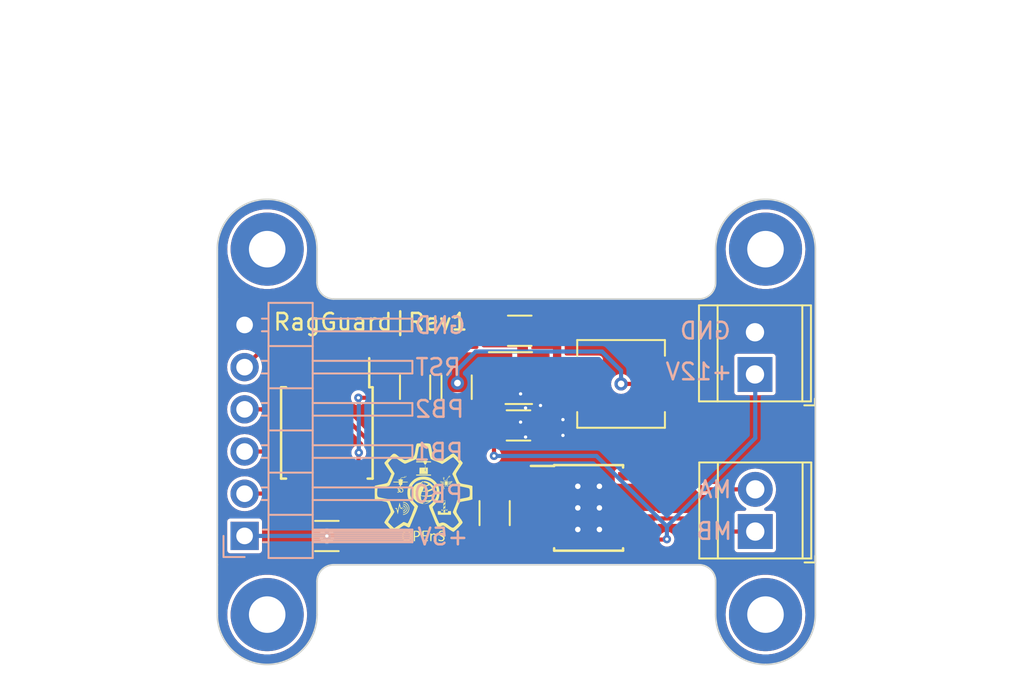
<source format=kicad_pcb>
(kicad_pcb (version 20221018) (generator pcbnew)
  (layers (0 "F.Cu" signal) (31 "B.Cu" signal) (34 "B.Paste" user) (35 "F.Paste" user) (36 "B.SilkS" user "B.Silkscreen") (37 "F.SilkS" user "F.Silkscreen") (38 "B.Mask" user) (39 "F.Mask" user) (44 "Edge.Cuts" user))
  (net 0 "")
  (net 1 "+12V")
  (net 2 "GND")
  (net 3 "Net-(U2-SW)")
  (net 4 "Net-(U2-BST)")
  (net 5 "+5V")
  (net 6 "Net-(J2-Pin_1)")
  (net 7 "Net-(J2-Pin_2)")
  (net 8 "Net-(J4-Pin_2)")
  (net 9 "Net-(J4-Pin_3)")
  (net 10 "Net-(J4-Pin_4)")
  (net 11 "Net-(J4-Pin_5)")
  (net 12 "Net-(U3-ILIM)")
  (net 13 "MOTOR_CTRL")
  (footprint "Capacitor_SMD:C_1206_3216Metric" (layer "F.Cu") (at 194.404667 134.311316 -90)
    (fp_text reference "C3" hide)
    (fp_text value "22u")
    (pad "1" smd roundrect (at -1.475 0 270) (size 1.15 1.8) (layers "F.Cu" "F.Paste" "F.Mask") (roundrect_rratio 0.2173913043) (net 5 "+5V"))
    (pad "2" smd roundrect (at 1.475 0 270) (size 1.15 1.8) (layers "F.Cu" "F.Paste" "F.Mask") (roundrect_rratio 0.2173913043) (net 2 "GND"))
  )
  (footprint "Capacitor_SMD:C_1206_3216Metric" (layer "F.Cu") (at 191.904667 134.311316 -90)
    (fp_text reference "C4" hide)
    (fp_text value "22u")
    (pad "1" smd roundrect (at -1.475 0 270) (size 1.15 1.8) (layers "F.Cu" "F.Paste" "F.Mask") (roundrect_rratio 0.2173913043) (net 5 "+5V"))
    (pad "2" smd roundrect (at 1.475 0 270) (size 1.15 1.8) (layers "F.Cu" "F.Paste" "F.Mask") (roundrect_rratio 0.2173913043) (net 2 "GND"))
  )
  (footprint "Capacitor_SMD:C_1206_3216Metric" (layer "F.Cu") (at 198.129667 136.611316)
    (fp_text reference "C1" hide)
    (fp_text value "10u")
    (pad "1" smd roundrect (at -1.475 0) (size 1.15 1.8) (layers "F.Cu" "F.Paste" "F.Mask") (roundrect_rratio 0.2173913043) (net 1 "+12V"))
    (pad "2" smd roundrect (at 1.475 0) (size 1.15 1.8) (layers "F.Cu" "F.Paste" "F.Mask") (roundrect_rratio 0.2173913043) (net 2 "GND"))
  )
  (footprint "MountingHole:MountingHole_2.2mm_M2_Pad_TopBottom" (layer "F.Cu") (at 213 148)
    (fp_text reference "REF**" hide)
    (fp_text value "MountingHole_2.2mm_M2_Pad_TopBottom")
    (pad "1" thru_hole circle (at 0 0) (size 2.6 2.6) (drill 2.2) (layers "*.Cu" "*.Mask"))
    (pad "1" connect circle (at 0 0) (size 4.4 4.4) (layers "F.Cu" "F.Mask"))
    (pad "1" connect circle (at 0 0) (size 4.4 4.4) (layers "B.Cu" "B.Mask"))
  )
  (footprint "Inductor_SMD:L_Vishay_IHLP-2020" (layer "F.Cu") (at 204.304667 134.111316)
    (fp_text reference "L1" hide)
    (fp_text value "4.7u")
    (pad "1" smd rect (at -2.4265 0) (size 1.903 2.79) (layers "F.Cu" "F.Paste" "F.Mask") (net 3 "Net-(U2-SW)"))
    (pad "2" smd rect (at 2.4265 0) (size 1.903 2.79) (layers "F.Cu" "F.Paste" "F.Mask") (net 5 "+5V"))
  )
  (footprint "Resistor_SMD:R_1206_3216Metric" (layer "F.Cu") (at 196.69372 141.889316 90)
    (fp_text reference "R1" hide)
    (fp_text value "30k")
    (pad "1" smd roundrect (at -1.4625 0 90) (size 1.125 1.75) (layers "F.Cu" "F.Paste" "F.Mask") (roundrect_rratio 0.2222222222) (net 12 "Net-(U3-ILIM)"))
    (pad "2" smd roundrect (at 1.4625 0 90) (size 1.125 1.75) (layers "F.Cu" "F.Paste" "F.Mask") (roundrect_rratio 0.2222222222) (net 2 "GND"))
  )
  (footprint "Package_SO:SOIC-8W_5.3x5.3mm_P1.27mm" (layer "F.Cu") (at 186.592667 137.063316 -90)
    (fp_text reference "U1" hide)
    (fp_text value "ATtiny85-20S")
    (pad "1" smd rect (at -3.65 -1.905 270) (size 1.7 0.65) (layers "F.Cu" "F.Paste" "F.Mask") (net 11 "Net-(J4-Pin_5)"))
    (pad "2" smd rect (at -3.65 -0.635 270) (size 1.7 0.65) (layers "F.Cu" "F.Paste" "F.Mask") (net 13 "MOTOR_CTRL"))
    (pad "3" smd rect (at -3.65 0.635 270) (size 1.7 0.65) (layers "F.Cu" "F.Paste" "F.Mask"))
    (pad "4" smd rect (at -3.65 1.905 270) (size 1.7 0.65) (layers "F.Cu" "F.Paste" "F.Mask") (net 2 "GND"))
    (pad "5" smd rect (at 3.65 1.905 270) (size 1.7 0.65) (layers "F.Cu" "F.Paste" "F.Mask") (net 8 "Net-(J4-Pin_2)"))
    (pad "6" smd rect (at 3.65 0.635 270) (size 1.7 0.65) (layers "F.Cu" "F.Paste" "F.Mask") (net 9 "Net-(J4-Pin_3)"))
    (pad "7" smd rect (at 3.65 -0.635 270) (size 1.7 0.65) (layers "F.Cu" "F.Paste" "F.Mask") (net 10 "Net-(J4-Pin_4)"))
    (pad "8" smd rect (at 3.65 -1.905 270) (size 1.7 0.65) (layers "F.Cu" "F.Paste" "F.Mask") (net 5 "+5V"))
  )
  (footprint "Package_TO_SOT_SMD:TSOT-23-6" (layer "F.Cu") (at 198.147167 133.761316)
    (fp_text reference "U2" hide)
    (fp_text value "AP63205WU")
    (pad "1" smd roundrect (at -1.1375 -0.95) (size 1.325 0.6) (layers "F.Cu" "F.Paste" "F.Mask") (net 5 "+5V"))
    (pad "2" smd roundrect (at -1.1375 0) (size 1.325 0.6) (layers "F.Cu" "F.Paste" "F.Mask") (net 1 "+12V"))
    (pad "3" smd roundrect (at -1.1375 0.95) (size 1.325 0.6) (layers "F.Cu" "F.Paste" "F.Mask") (net 1 "+12V"))
    (pad "4" smd roundrect (at 1.1375 0.95) (size 1.325 0.6) (layers "F.Cu" "F.Paste" "F.Mask") (net 2 "GND"))
    (pad "5" smd roundrect (at 1.1375 0) (size 1.325 0.6) (layers "F.Cu" "F.Paste" "F.Mask") (net 3 "Net-(U2-SW)"))
    (pad "6" smd roundrect (at 1.1375 -0.95) (size 1.325 0.6) (layers "F.Cu" "F.Paste" "F.Mask") (net 4 "Net-(U2-BST)"))
  )
  (footprint "TerminalBlock_TE-Connectivity:TerminalBlock_TE_282834-2_1x02_P2.54mm_Horizontal" (layer "F.Cu") (at 212.365644 133.542264 90)
    (fp_text reference "J1" hide)
    (fp_text value "BATT")
    (pad "1" thru_hole rect (at 0 0 90) (size 2.1 2.1) (drill 1.1) (layers "*.Cu" "*.Mask") (net 1 "+12V"))
    (pad "2" thru_hole circle (at 2.54 0 90) (size 2.1 2.1) (drill 1.1) (layers "*.Cu" "*.Mask") (net 2 "GND"))
  )
  (footprint "Capacitor_SMD:C_1206_3216Metric" (layer "F.Cu") (at 186.592667 143.267604 180)
    (fp_text reference "C5" hide)
    (fp_text value "0.1u")
    (pad "1" smd roundrect (at -1.475 0 180) (size 1.15 1.8) (layers "F.Cu" "F.Paste" "F.Mask") (roundrect_rratio 0.2173913043) (net 5 "+5V"))
    (pad "2" smd roundrect (at 1.475 0 180) (size 1.15 1.8) (layers "F.Cu" "F.Paste" "F.Mask") (roundrect_rratio 0.2173913043) (net 2 "GND"))
  )
  (footprint "Package_SO:Texas_HTSOP-8-1EP_3.9x4.9mm_P1.27mm_EP2.95x4.9mm_Mask2.4x3.1mm_ThermalVias" (layer "F.Cu") (at 202.35 141.575981)
    (fp_text reference "U3" hide)
    (fp_text value "DRV8871DDA")
    (pad "1" smd rect (at -2.875 -1.905) (size 2.2 0.5) (layers "F.Cu" "F.Paste" "F.Mask") (net 2 "GND"))
    (pad "2" smd rect (at -2.875 -0.635) (size 2.2 0.5) (layers "F.Cu" "F.Paste" "F.Mask") (net 2 "GND"))
    (pad "3" smd rect (at -2.875 0.635) (size 2.2 0.5) (layers "F.Cu" "F.Paste" "F.Mask") (net 13 "MOTOR_CTRL"))
    (pad "4" smd rect (at -2.875 1.905) (size 2.2 0.5) (layers "F.Cu" "F.Paste" "F.Mask") (net 12 "Net-(U3-ILIM)"))
    (pad "5" smd rect (at 2.875 1.905) (size 2.2 0.5) (layers "F.Cu" "F.Paste" "F.Mask") (net 1 "+12V"))
    (pad "6" smd rect (at 2.875 0.635) (size 2.2 0.5) (layers "F.Cu" "F.Paste" "F.Mask") (net 6 "Net-(J2-Pin_1)"))
    (pad "7" smd rect (at 2.875 -0.635) (size 2.2 0.5) (layers "F.Cu" "F.Paste" "F.Mask") (net 2 "GND"))
    (pad "8" smd rect (at 2.875 -1.905) (size 2.2 0.5) (layers "F.Cu" "F.Paste" "F.Mask") (net 7 "Net-(J2-Pin_2)"))
    (pad "9" thru_hole circle (at -0.65 -1.3) (size 0.63 0.63) (drill 0.33) (layers "*.Cu" "*.Mask") (net 2 "GND"))
    (pad "9" thru_hole circle (at -0.65 0) (size 0.63 0.63) (drill 0.33) (layers "*.Cu" "*.Mask") (net 2 "GND"))
    (pad "9" thru_hole circle (at -0.65 1.3) (size 0.63 0.63) (drill 0.33) (layers "*.Cu" "*.Mask") (net 2 "GND"))
    (pad "9" smd rect (at 0 0) (size 2.6 3.3) (layers "B.Cu") (net 2 "GND"))
    (pad "9" smd rect (at 0 0) (size 2.95 4.9) (layers "F.Cu") (net 2 "GND"))
    (pad "9" thru_hole circle (at 0.65 -1.3) (size 0.63 0.63) (drill 0.33) (layers "*.Cu" "*.Mask") (net 2 "GND"))
    (pad "9" thru_hole circle (at 0.65 0) (size 0.63 0.63) (drill 0.33) (layers "*.Cu" "*.Mask") (net 2 "GND"))
    (pad "9" thru_hole circle (at 0.65 1.3) (size 0.63 0.63) (drill 0.33) (layers "*.Cu" "*.Mask") (net 2 "GND"))
  )
  (footprint "MountingHole:MountingHole_2.2mm_M2_Pad_TopBottom" (layer "F.Cu") (at 183 126 180)
    (fp_text reference "REF**" hide)
    (fp_text value "MountingHole_2.2mm_M2_Pad_TopBottom")
    (pad "1" thru_hole circle (at 0 0 180) (size 2.6 2.6) (drill 2.2) (layers "*.Cu" "*.Mask"))
    (pad "1" connect circle (at 0 0 180) (size 4.4 4.4) (layers "F.Cu" "F.Mask"))
    (pad "1" connect circle (at 0 0 180) (size 4.4 4.4) (layers "B.Cu" "B.Mask"))
  )
  (footprint "MountingHole:MountingHole_2.2mm_M2_Pad_TopBottom" (layer "F.Cu") (at 183 148)
    (fp_text reference "REF**" hide)
    (fp_text value "MountingHole_2.2mm_M2_Pad_TopBottom")
    (pad "1" thru_hole circle (at 0 0) (size 2.6 2.6) (drill 2.2) (layers "*.Cu" "*.Mask"))
    (pad "1" connect circle (at 0 0) (size 4.4 4.4) (layers "F.Cu" "F.Mask"))
    (pad "1" connect circle (at 0 0) (size 4.4 4.4) (layers "B.Cu" "B.Mask"))
  )
  (footprint "Capacitor_SMD:C_1206_3216Metric" (layer "F.Cu") (at 198.204667 130.911316 180)
    (fp_text reference "C2" hide)
    (fp_text value "100n")
    (pad "1" smd roundrect (at -1.475 0 180) (size 1.15 1.8) (layers "F.Cu" "F.Paste" "F.Mask") (roundrect_rratio 0.2173913043) (net 3 "Net-(U2-SW)"))
    (pad "2" smd roundrect (at 1.475 0 180) (size 1.15 1.8) (layers "F.Cu" "F.Paste" "F.Mask") (roundrect_rratio 0.2173913043) (net 4 "Net-(U2-BST)"))
  )
  (footprint "KiCad Footprints:opens_logo" (layer "F.Cu") (at 192.409828 140.635257)
    (fp_text reference "G***" hide)
    (fp_text value "LOGO" hide)
  )
  (footprint "MountingHole:MountingHole_2.2mm_M2_Pad_TopBottom" (layer "F.Cu") (at 213 126 180)
    (fp_text reference "REF**" hide)
    (fp_text value "MountingHole_2.2mm_M2_Pad_TopBottom")
    (pad "1" thru_hole circle (at 0 0 180) (size 2.6 2.6) (drill 2.2) (layers "*.Cu" "*.Mask"))
    (pad "1" connect circle (at 0 0 180) (size 4.4 4.4) (layers "F.Cu" "F.Mask"))
    (pad "1" connect circle (at 0 0 180) (size 4.4 4.4) (layers "B.Cu" "B.Mask"))
  )
  (footprint "TerminalBlock_TE-Connectivity:TerminalBlock_TE_282834-2_1x02_P2.54mm_Horizontal" (layer "F.Cu") (at 212.382475 143 90)
    (fp_text reference "J2" hide)
    (fp_text value "MOTOR")
    (pad "1" thru_hole rect (at 0 0 90) (size 2.1 2.1) (drill 1.1) (layers "*.Cu" "*.Mask") (net 6 "Net-(J2-Pin_1)"))
    (pad "2" thru_hole circle (at 2.54 0 90) (size 2.1 2.1) (drill 1.1) (layers "*.Cu" "*.Mask") (net 7 "Net-(J2-Pin_2)"))
  )
  (footprint "Connector_PinHeader_2.54mm:PinHeader_1x06_P2.54mm_Horizontal" (layer "B.Cu") (at 181.640422 143.263047)
    (fp_text reference "J4" hide)
    (fp_text value "PRGM")
    (pad "1" thru_hole rect (at 0 0) (size 1.7 1.7) (drill 1) (layers "*.Cu" "*.Mask") (net 5 "+5V"))
    (pad "2" thru_hole oval (at 0 -2.54) (size 1.7 1.7) (drill 1) (layers "*.Cu" "*.Mask") (net 8 "Net-(J4-Pin_2)"))
    (pad "3" thru_hole oval (at 0 -5.08) (size 1.7 1.7) (drill 1) (layers "*.Cu" "*.Mask") (net 9 "Net-(J4-Pin_3)"))
    (pad "4" thru_hole oval (at 0 -7.62) (size 1.7 1.7) (drill 1) (layers "*.Cu" "*.Mask") (net 10 "Net-(J4-Pin_4)"))
    (pad "5" thru_hole oval (at 0 -10.16) (size 1.7 1.7) (drill 1) (layers "*.Cu" "*.Mask") (net 11 "Net-(J4-Pin_5)"))
    (pad "6" thru_hole oval (at 0 -12.7) (size 1.7 1.7) (drill 1) (layers "*.Cu" "*.Mask") (net 2 "GND"))
  )
  (gr_line (start 216 129) (end 216 145) (stroke (width 0.1)) (layer "Edge.Cuts"))
  (gr_arc (start 216 148) (mid 215.12132 150.12132) (end 213 151) (stroke (width 0.1)) (layer "Edge.Cuts"))
  (gr_arc (start 210 126) (mid 213 123) (end 216 126) (stroke (width 0.1)) (layer "Edge.Cuts"))
  (gr_arc (start 213 151) (mid 210.87868 150.12132) (end 210 148) (stroke (width 0.1)) (layer "Edge.Cuts"))
  (gr_arc (start 180 126) (mid 180.87868 123.87868) (end 183 123) (stroke (width 0.1)) (layer "Edge.Cuts"))
  (gr_arc (start 183 123) (mid 185.12132 123.87868) (end 186 126) (stroke (width 0.1)) (layer "Edge.Cuts"))
  (gr_line (start 180 129) (end 180 145) (stroke (width 0.1)) (layer "Edge.Cuts"))
  (gr_line (start 216 126) (end 216 129) (stroke (width 0.1)) (layer "Edge.Cuts"))
  (gr_arc (start 186 146) (mid 186.292893 145.292893) (end 187 145) (stroke (width 0.1)) (layer "Edge.Cuts"))
  (gr_line (start 186 126) (end 186 128) (stroke (width 0.1)) (layer "Edge.Cuts"))
  (gr_line (start 210 128) (end 210 126) (stroke (width 0.1)) (layer "Edge.Cuts"))
  (gr_line (start 180 126) (end 180 129) (stroke (width 0.1)) (layer "Edge.Cuts"))
  (gr_arc (start 210 128) (mid 209.707107 128.707107) (end 209 129) (stroke (width 0.1)) (layer "Edge.Cuts"))
  (gr_line (start 216 148) (end 216 145) (stroke (width 0.1)) (layer "Edge.Cuts"))
  (gr_line (start 187 129) (end 209 129) (stroke (width 0.1)) (layer "Edge.Cuts"))
  (gr_arc (start 209 145) (mid 209.707107 145.292893) (end 210 146) (stroke (width 0.1)) (layer "Edge.Cuts"))
  (gr_line (start 180 148) (end 180 145) (stroke (width 0.1)) (layer "Edge.Cuts"))
  (gr_arc (start 186 148) (mid 183 151) (end 180 148) (stroke (width 0.1)) (layer "Edge.Cuts"))
  (gr_arc (start 187 129) (mid 186.292893 128.707107) (end 186 128) (stroke (width 0.1)) (layer "Edge.Cuts"))
  (gr_line (start 209 145) (end 187 145) (stroke (width 0.1)) (layer "Edge.Cuts"))
  (gr_line (start 210 148) (end 210 146) (stroke (width 0.1)) (layer "Edge.Cuts"))
  (gr_line (start 186 146) (end 186 148) (stroke (width 0.1)) (layer "Edge.Cuts"))
  (gr_text "PB2" (at 194.948838 136.214532) (layer "B.SilkS") (effects (font (size 1 1)) (justify left bottom mirror)))
  (gr_text "MB" (at 211.077808 143.56443) (layer "B.SilkS") (effects (font (size 1 1)) (justify left bottom mirror)))
  (gr_text "GND\n" (at 211 131.5) (layer "B.SilkS") (effects (font (size 1 1)) (justify left bottom mirror)))
  (gr_text "PB0" (at 194.876332 141.328624) (layer "B.SilkS") (effects (font (size 1 1)) (justify left bottom mirror)))
  (gr_text "MA" (at 211.045215 141.054823) (layer "B.SilkS") (effects (font (size 1 1)) (justify left bottom mirror)))
  (gr_text "RST" (at 194.752471 133.689815) (layer "B.SilkS") (effects (font (size 1 1)) (justify left bottom mirror)))
  (gr_text "GND" (at 195.026505 131.173902) (layer "B.SilkS") (effects (font (size 1 1)) (justify left bottom mirror)))
  (gr_text "+12V" (at 211.09224 133.959238) (layer "B.SilkS") (effects (font (size 1 1)) (justify left bottom mirror)))
  (gr_text "PB1" (at 194.892733 138.795354) (layer "B.SilkS") (effects (font (size 1 1)) (justify left bottom mirror)))
  (gr_text "+5V" (at 195.197024 143.896062) (layer "B.SilkS") (effects (font (size 1 1)) (justify left bottom mirror)))
  (gr_text "RagGuard|Rev1" (at 183.290667 130.967316) (layer "F.SilkS") (effects (font (size 1 1)) (justify left bottom)))
  (segment (start 207.063296 143.457739) (end 207.040054 143.480981) (width 0.25) (layer "F.Cu") (net 1))
  (segment (start 207.040054 143.480981) (end 205.225 143.480981) (width 0.25) (layer "F.Cu") (net 1))
  (segment (start 196.654667 136.611316) (end 196.654667 138.442721) (width 0.25) (layer "F.Cu") (net 1))
  (via (at 196.654667 138.442721) (size 0.5) (drill 0.2) (layers "F.Cu" "B.Cu") (net 1))
  (via (at 207.063296 143.457739) (size 0.5) (drill 0.2) (layers "F.Cu" "B.Cu") (net 1))
  (segment (start 196.654667 138.442721) (end 196.661684 138.449738) (width 0.25) (layer "B.Cu") (net 1))
  (segment (start 207.063296 142.689277) (end 207.063296 143.457739) (width 0.25) (layer "B.Cu") (net 1))
  (segment (start 202.823757 138.449738) (end 207.063296 142.689277) (width 0.25) (layer "B.Cu") (net 1))
  (segment (start 196.661684 138.449738) (end 202.823757 138.449738) (width 0.25) (layer "B.Cu") (net 1))
  (segment (start 212.382475 137.370098) (end 212.382475 133.354763) (width 0.25) (layer "B.Cu") (net 1))
  (segment (start 207.063296 142.689277) (end 212.382475 137.370098) (width 0.25) (layer "B.Cu") (net 1))
  (via (at 200.804667 136.261316) (size 0.5) (drill 0.2) (layers "F.Cu" "B.Cu") (net 2))
  (via (at 200.804667 137.211316) (size 0.5) (drill 0.2) (layers "F.Cu" "B.Cu") (net 2))
  (via (at 198.554667 137.311316) (size 0.5) (drill 0.2) (layers "F.Cu" "B.Cu") (net 2))
  (via (at 199.454667 135.411316) (size 0.5) (drill 0.2) (layers "F.Cu" "B.Cu") (net 2))
  (via (at 198.254667 136.411316) (size 0.5) (drill 0.2) (layers "F.Cu" "B.Cu") (net 2))
  (via (at 198.554667 135.561316) (size 0.5) (drill 0.2) (layers "F.Cu" "B.Cu") (net 2))
  (via (at 198.254667 134.711316) (size 0.5) (drill 0.2) (layers "F.Cu" "B.Cu") (net 2))
  (segment (start 188.497667 140.713316) (end 188.497667 138.266982) (width 0.25) (layer "F.Cu") (net 5))
  (segment (start 188.497667 138.266982) (end 188.516233 138.248416) (width 0.25) (layer "F.Cu") (net 5))
  (segment (start 188.491177 134.945884) (end 189.218099 134.945884) (width 0.25) (layer "F.Cu") (net 5))
  (segment (start 188.497667 142.837604) (end 188.497667 140.713316) (width 0.25) (layer "F.Cu") (net 5))
  (segment (start 191.327667 132.836316) (end 191.904667 132.836316) (width 0.25) (layer "F.Cu") (net 5))
  (segment (start 189.218099 134.945884) (end 191.327667 132.836316) (width 0.25) (layer "F.Cu") (net 5))
  (segment (start 204.304667 134.111316) (end 206.731167 134.111316) (width 0.25) (layer "F.Cu") (net 5))
  (segment (start 186.592667 143.267604) (end 188.067667 143.267604) (width 0.25) (layer "F.Cu") (net 5))
  (segment (start 188.067667 143.267604) (end 188.497667 142.837604) (width 0.25) (layer "F.Cu") (net 5))
  (via (at 204.304667 134.111316) (size 0.8) (drill 0.4) (layers "F.Cu" "B.Cu") (net 5))
  (via (at 188.491177 134.945884) (size 0.5) (drill 0.2) (layers "F.Cu" "B.Cu") (net 5))
  (via (at 194.454667 134.061316) (size 0.8) (drill 0.4) (layers "F.Cu" "B.Cu") (net 5))
  (via (at 186.592667 143.267604) (size 0.5) (drill 0.2) (layers "F.Cu" "B.Cu") (net 5))
  (via (at 188.516233 138.248416) (size 0.5) (drill 0.2) (layers "F.Cu" "B.Cu") (net 5))
  (segment (start 195.554667 132.161316) (end 203.154667 132.161316) (width 0.25) (layer "B.Cu") (net 5))
  (segment (start 194.454667 134.061316) (end 194.454667 133.261316) (width 0.25) (layer "B.Cu") (net 5))
  (segment (start 186.592667 143.267604) (end 186.58811 143.263047) (width 0.25) (layer "B.Cu") (net 5))
  (segment (start 194.454667 133.261316) (end 195.554667 132.161316) (width 0.25) (layer "B.Cu") (net 5))
  (segment (start 203.154667 132.161316) (end 204.304667 133.311316) (width 0.25) (layer "B.Cu") (net 5))
  (segment (start 186.58811 143.263047) (end 181.640422 143.263047) (width 0.25) (layer "B.Cu") (net 5))
  (segment (start 188.516233 138.248416) (end 188.516233 134.97094) (width 0.25) (layer "B.Cu") (net 5))
  (segment (start 188.516233 134.97094) (end 188.491177 134.945884) (width 0.25) (layer "B.Cu") (net 5))
  (segment (start 204.304667 133.311316) (end 204.304667 134.111316) (width 0.25) (layer "B.Cu") (net 5))
  (segment (start 208.445385 142.210981) (end 209.234404 143) (width 0.25) (layer "F.Cu") (net 6))
  (segment (start 205.225 142.210981) (end 208.445385 142.210981) (width 0.25) (layer "F.Cu") (net 6))
  (segment (start 209.234404 143) (end 212.382475 143) (width 0.25) (layer "F.Cu") (net 6))
  (segment (start 209.234404 140.46) (end 208.445385 139.670981) (width 0.25) (layer "F.Cu") (net 7))
  (segment (start 208.445385 139.670981) (end 205.225 139.670981) (width 0.25) (layer "F.Cu") (net 7))
  (segment (start 209.234404 140.46) (end 212.382475 140.46) (width 0.25) (layer "F.Cu") (net 7))
  (segment (start 184.687667 140.713316) (end 181.650153 140.713316) (width 0.25) (layer "F.Cu") (net 8))
  (segment (start 181.650153 140.713316) (end 181.640422 140.723047) (width 0.25) (layer "F.Cu") (net 8))
  (segment (start 185.957667 140.188316) (end 183.952398 138.183047) (width 0.25) (layer "F.Cu") (net 9))
  (segment (start 185.957667 140.713316) (end 185.957667 140.188316) (width 0.25) (layer "F.Cu") (net 9))
  (segment (start 183.952398 138.183047) (end 181.640422 138.183047) (width 0.25) (layer "F.Cu") (net 9))
  (segment (start 182.682398 135.643047) (end 181.640422 135.643047) (width 0.25) (layer "F.Cu") (net 10))
  (segment (start 187.227667 140.188316) (end 182.682398 135.643047) (width 0.25) (layer "F.Cu") (net 10))
  (segment (start 187.227667 140.713316) (end 187.227667 140.188316) (width 0.25) (layer "F.Cu") (net 10))
  (segment (start 188.497667 133.413316) (end 188.497667 132.888316) (width 0.25) (layer "F.Cu") (net 11))
  (segment (start 188.497667 132.888316) (end 187.592667 131.983316) (width 0.25) (layer "F.Cu") (net 11))
  (segment (start 182.760153 131.983316) (end 181.640422 133.103047) (width 0.25) (layer "F.Cu") (net 11))
  (segment (start 187.592667 131.983316) (end 182.760153 131.983316) (width 0.25) (layer "F.Cu") (net 11))
  (segment (start 196.69372 143.351816) (end 196.822885 143.480981) (width 0.25) (layer "F.Cu") (net 12))
  (segment (start 196.822885 143.480981) (end 199.475 143.480981) (width 0.25) (layer "F.Cu") (net 12))
  (segment (start 187.227667 135.666316) (end 193.772332 142.210981) (width 0.25) (layer "F.Cu") (net 13))
  (segment (start 193.772332 142.210981) (end 199.475 142.210981) (width 0.25) (layer "F.Cu") (net 13))
  (segment (start 187.227667 133.413316) (end 187.227667 135.666316) (width 0.25) (layer "F.Cu") (net 13))
  (zone (net 4) (net_name "Net-(U2-BST)") (layer "F.Cu") (priority 2) (connect_pads yes (clearance 0.15)) (min_thickness 0.25) (fill yes (thermal_gap 0.5) (thermal_bridge_width 0.5))
    (polygon (pts (xy 195.904667 129.761316) (xy 198.754667 129.761316) (xy 198.754667 132.111316) (xy 200.054667 132.111316) (xy 200.054667 133.211316) (xy 198.054667 133.211316) (xy 198.054667 131.911316) (xy 195.904667 131.911316)))
  )
  (zone (net 5) (net_name "+5V") (layer "F.Cu") (priority 2) (connect_pads yes (clearance 0.15)) (min_thickness 0.25) (fill yes (thermal_gap 0.5) (thermal_bridge_width 0.5))
    (polygon (pts (xy 190.904667 134.611316) (xy 195.854667 134.611316) (xy 195.854667 133.211316) (xy 197.754667 133.211316) (xy 197.754667 132.211316) (xy 190.904667 132.211316)))
  )
  (zone (net 1) (net_name "+12V") (layer "F.Cu") (priority 2) (connect_pads yes (clearance 0.25)) (min_thickness 0.25) (fill yes (thermal_gap 0.5) (thermal_bridge_width 0.5))
    (polygon (pts (xy 197.754667 133.361316) (xy 196.254667 133.361316) (xy 196.254667 135.461316) (xy 195.854667 135.461316) (xy 195.854667 137.761316) (xy 197.754667 137.761316) (xy 197.754667 133.311316)))
  )
  (zone (net 3) (net_name "Net-(U2-SW)") (layer "F.Cu") (priority 2) (connect_pads yes (clearance 0.05)) (min_thickness 0.05) (fill yes (thermal_gap 0.5) (thermal_bridge_width 0.5))
    (polygon (pts (xy 198.904667 129.911316) (xy 198.904667 132.011316) (xy 200.204667 132.011316) (xy 200.204667 133.311316) (xy 198.504667 133.311316) (xy 198.504667 134.211316) (xy 200.204667 134.211316) (xy 200.204667 135.611316) (xy 203.004667 135.611316) (xy 203.004667 132.611316) (xy 200.704667 132.611316) (xy 200.704667 129.911316)))
  )
  (zone (net 2) (net_name "GND") (layers "F&B.Cu") (connect_pads yes (clearance 0.2)) (min_thickness 0.2) (fill yes (thermal_gap 0.5) (thermal_bridge_width 0.5))
    (polygon (pts (xy 169 111) (xy 221 111) (xy 221 152) (xy 169 152)))
  )
)
</source>
